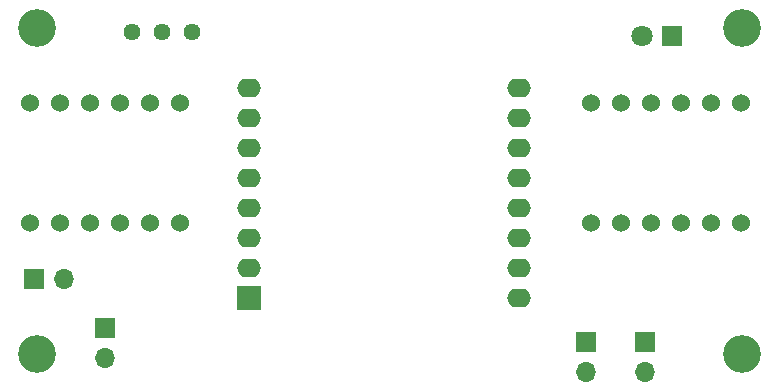
<source format=gbr>
G04 #@! TF.GenerationSoftware,KiCad,Pcbnew,(5.1.9)-1*
G04 #@! TF.CreationDate,2021-11-02T13:36:32-07:00*
G04 #@! TF.ProjectId,wemos_d1_mini_weather_station,77656d6f-735f-4643-915f-6d696e695f77,rev?*
G04 #@! TF.SameCoordinates,Original*
G04 #@! TF.FileFunction,Soldermask,Bot*
G04 #@! TF.FilePolarity,Negative*
%FSLAX46Y46*%
G04 Gerber Fmt 4.6, Leading zero omitted, Abs format (unit mm)*
G04 Created by KiCad (PCBNEW (5.1.9)-1) date 2021-11-02 13:36:32*
%MOMM*%
%LPD*%
G01*
G04 APERTURE LIST*
%ADD10O,1.700000X1.700000*%
%ADD11R,1.700000X1.700000*%
%ADD12C,3.200000*%
%ADD13C,1.440000*%
%ADD14C,1.524000*%
%ADD15O,2.000000X1.600000*%
%ADD16R,2.000000X2.000000*%
%ADD17C,1.800000*%
%ADD18R,1.800000X1.800000*%
G04 APERTURE END LIST*
D10*
G04 #@! TO.C,I2C*
X105283000Y-98552000D03*
D11*
X105283000Y-96012000D03*
G04 #@! TD*
D12*
G04 #@! TO.C,H4*
X58801000Y-69469000D03*
G04 #@! TD*
G04 #@! TO.C,H3*
X118491000Y-69469000D03*
G04 #@! TD*
G04 #@! TO.C,H2*
X58801000Y-97028000D03*
G04 #@! TD*
G04 #@! TO.C,H1*
X118491000Y-97028000D03*
G04 #@! TD*
D13*
G04 #@! TO.C,RV1*
X66802000Y-69833000D03*
X69342000Y-69833000D03*
X71882000Y-69833000D03*
G04 #@! TD*
D14*
G04 #@! TO.C,U4*
X63246000Y-75819000D03*
X60706000Y-85979000D03*
X70866000Y-85979000D03*
X58166000Y-75819000D03*
X68326000Y-75819000D03*
X70866000Y-75819000D03*
X63246000Y-85979000D03*
X58166000Y-85979000D03*
X60706000Y-75819000D03*
X68326000Y-85979000D03*
X65786000Y-75819000D03*
X65786000Y-85979000D03*
G04 #@! TD*
G04 #@! TO.C,U3*
X110744000Y-75819000D03*
X108204000Y-85979000D03*
X118364000Y-85979000D03*
X105664000Y-75819000D03*
X115824000Y-75819000D03*
X118364000Y-75819000D03*
X110744000Y-85979000D03*
X105664000Y-85979000D03*
X108204000Y-75819000D03*
X115824000Y-85979000D03*
X113284000Y-75819000D03*
X113284000Y-85979000D03*
G04 #@! TD*
D15*
G04 #@! TO.C,U2*
X99545000Y-92329000D03*
X99545000Y-89789000D03*
X99545000Y-87249000D03*
X99545000Y-84709000D03*
X99545000Y-82169000D03*
X99545000Y-79629000D03*
X99545000Y-77089000D03*
X99545000Y-74549000D03*
X76685000Y-74549000D03*
X76685000Y-77089000D03*
X76685000Y-79629000D03*
X76685000Y-82169000D03*
X76685000Y-84709000D03*
X76685000Y-87249000D03*
D16*
X76685000Y-92329000D03*
D15*
X76685000Y-89789000D03*
G04 #@! TD*
D10*
G04 #@! TO.C,TH1*
X61087000Y-90678000D03*
D11*
X58547000Y-90678000D03*
G04 #@! TD*
D10*
G04 #@! TO.C,R5*
X64516000Y-97409000D03*
D11*
X64516000Y-94869000D03*
G04 #@! TD*
D10*
G04 #@! TO.C,PWR*
X110236000Y-98552000D03*
D11*
X110236000Y-96012000D03*
G04 #@! TD*
D17*
G04 #@! TO.C,D1*
X109982000Y-70104000D03*
D18*
X112522000Y-70104000D03*
G04 #@! TD*
M02*

</source>
